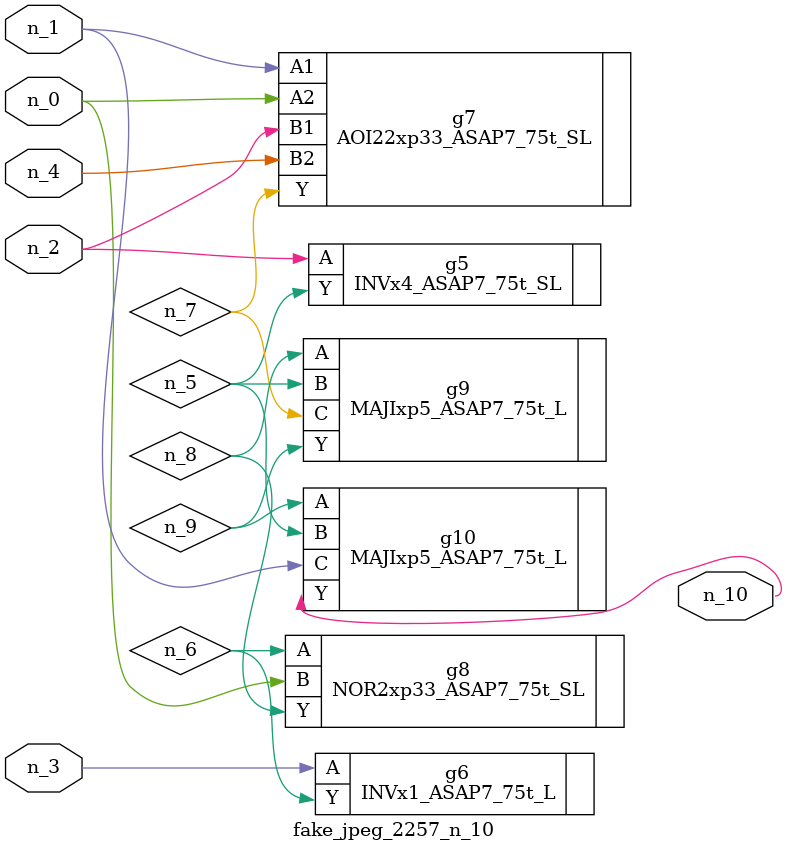
<source format=v>
module fake_jpeg_2257_n_10 (n_3, n_2, n_1, n_0, n_4, n_10);

input n_3;
input n_2;
input n_1;
input n_0;
input n_4;

output n_10;

wire n_8;
wire n_9;
wire n_6;
wire n_5;
wire n_7;

INVx4_ASAP7_75t_SL g5 ( 
.A(n_2),
.Y(n_5)
);

INVx1_ASAP7_75t_L g6 ( 
.A(n_3),
.Y(n_6)
);

AOI22xp33_ASAP7_75t_SL g7 ( 
.A1(n_1),
.A2(n_0),
.B1(n_2),
.B2(n_4),
.Y(n_7)
);

NOR2xp33_ASAP7_75t_SL g8 ( 
.A(n_6),
.B(n_0),
.Y(n_8)
);

MAJIxp5_ASAP7_75t_L g9 ( 
.A(n_8),
.B(n_5),
.C(n_7),
.Y(n_9)
);

MAJIxp5_ASAP7_75t_L g10 ( 
.A(n_9),
.B(n_5),
.C(n_1),
.Y(n_10)
);


endmodule
</source>
